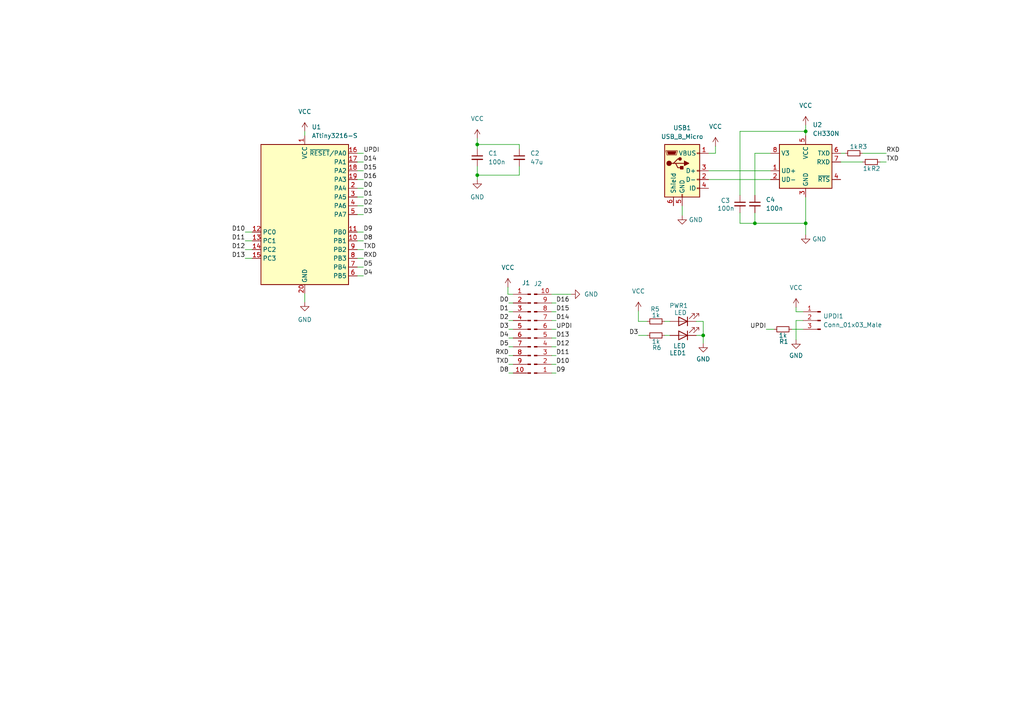
<source format=kicad_sch>
(kicad_sch (version 20211123) (generator eeschema)
  (paper "A4")
  (lib_symbols
    (symbol "Connector:Conn_01x03_Male" (pin_names (offset 1.016) hide)
      (property "Reference" "J" (at 0 5.08 0))
      (property "Value" "Conn_01x03_Male" (at 0 -5.08 0))
      (symbol "Conn_01x03_Male_1_1"
        (polyline (pts (xy 1.27 -2.54) (xy 0.8636 -2.54)) (stroke (width 0.1524)))
        (polyline (pts (xy 1.27 0) (xy 0.8636 0)) (stroke (width 0.1524)))
        (polyline (pts (xy 1.27 2.54) (xy 0.8636 2.54)) (stroke (width 0.1524)))
        (rectangle (start 0.8636 -2.413) (end 0 -2.667) (stroke (width 0.1524)) (fill (type outline)))
        (rectangle (start 0.8636 0.127) (end 0 -0.127) (stroke (width 0.1524)) (fill (type outline)))
        (rectangle (start 0.8636 2.667) (end 0 2.413) (stroke (width 0.1524)) (fill (type outline)))
        (pin passive line (at 5.08 2.54 180) (length 3.81) (name "Pin_1") (number "1"))
        (pin passive line (at 5.08 0 180) (length 3.81) (name "Pin_2") (number "2"))
        (pin passive line (at 5.08 -2.54 180) (length 3.81) (name "Pin_3") (number "3"))
      )
    )
    (symbol "Connector:Conn_01x10_Male" (pin_names (offset 1.016) hide)
      (property "Reference" "J" (at 0 12.7 0))
      (property "Value" "Conn_01x10_Male" (at 0 -15.24 0))
      (symbol "Conn_01x10_Male_1_1"
        (polyline (pts (xy 1.27 -12.7) (xy 0.8636 -12.7)) (stroke (width 0.1524)))
        (polyline (pts (xy 1.27 -10.16) (xy 0.8636 -10.16)) (stroke (width 0.1524)))
        (polyline (pts (xy 1.27 -7.62) (xy 0.8636 -7.62)) (stroke (width 0.1524)))
        (polyline (pts (xy 1.27 -5.08) (xy 0.8636 -5.08)) (stroke (width 0.1524)))
        (polyline (pts (xy 1.27 -2.54) (xy 0.8636 -2.54)) (stroke (width 0.1524)))
        (polyline (pts (xy 1.27 0) (xy 0.8636 0)) (stroke (width 0.1524)))
        (polyline (pts (xy 1.27 2.54) (xy 0.8636 2.54)) (stroke (width 0.1524)))
        (polyline (pts (xy 1.27 5.08) (xy 0.8636 5.08)) (stroke (width 0.1524)))
        (polyline (pts (xy 1.27 7.62) (xy 0.8636 7.62)) (stroke (width 0.1524)))
        (polyline (pts (xy 1.27 10.16) (xy 0.8636 10.16)) (stroke (width 0.1524)))
        (rectangle (start 0.8636 -12.573) (end 0 -12.827) (stroke (width 0.1524)) (fill (type outline)))
        (rectangle (start 0.8636 -10.033) (end 0 -10.287) (stroke (width 0.1524)) (fill (type outline)))
        (rectangle (start 0.8636 -7.493) (end 0 -7.747) (stroke (width 0.1524)) (fill (type outline)))
        (rectangle (start 0.8636 -4.953) (end 0 -5.207) (stroke (width 0.1524)) (fill (type outline)))
        (rectangle (start 0.8636 -2.413) (end 0 -2.667) (stroke (width 0.1524)) (fill (type outline)))
        (rectangle (start 0.8636 0.127) (end 0 -0.127) (stroke (width 0.1524)) (fill (type outline)))
        (rectangle (start 0.8636 2.667) (end 0 2.413) (stroke (width 0.1524)) (fill (type outline)))
        (rectangle (start 0.8636 5.207) (end 0 4.953) (stroke (width 0.1524)) (fill (type outline)))
        (rectangle (start 0.8636 7.747) (end 0 7.493) (stroke (width 0.1524)) (fill (type outline)))
        (rectangle (start 0.8636 10.287) (end 0 10.033) (stroke (width 0.1524)) (fill (type outline)))
        (pin passive line (at 5.08 10.16 180) (length 3.81) (name "Pin_1") (number "1"))
        (pin passive line (at 5.08 -12.7 180) (length 3.81) (name "Pin_10") (number "10"))
        (pin passive line (at 5.08 7.62 180) (length 3.81) (name "Pin_2") (number "2"))
        (pin passive line (at 5.08 5.08 180) (length 3.81) (name "Pin_3") (number "3"))
        (pin passive line (at 5.08 2.54 180) (length 3.81) (name "Pin_4") (number "4"))
        (pin passive line (at 5.08 0 180) (length 3.81) (name "Pin_5") (number "5"))
        (pin passive line (at 5.08 -2.54 180) (length 3.81) (name "Pin_6") (number "6"))
        (pin passive line (at 5.08 -5.08 180) (length 3.81) (name "Pin_7") (number "7"))
        (pin passive line (at 5.08 -7.62 180) (length 3.81) (name "Pin_8") (number "8"))
        (pin passive line (at 5.08 -10.16 180) (length 3.81) (name "Pin_9") (number "9"))
      )
    )
    (symbol "Connector:USB_B_Micro" (pin_names (offset 1.016))
      (property "Reference" "J" (at -5.08 11.43 0))
      (property "Value" "USB_B_Micro" (at -5.08 8.89 0))
      (symbol "USB_B_Micro_0_1"
        (rectangle (start -5.08 -7.62) (end 5.08 7.62) (stroke (width 0.254)) (fill (type background)))
        (circle (center -3.81 2.159) (radius 0.635) (stroke (width 0.254)) (fill (type outline)))
        (circle (center -0.635 3.429) (radius 0.381) (stroke (width 0.254)) (fill (type outline)))
        (rectangle (start -0.127 -7.62) (end 0.127 -6.858))
        (polyline (pts (xy -1.905 2.159) (xy 0.635 2.159)) (stroke (width 0.254)))
        (polyline (pts (xy -3.175 2.159) (xy -2.54 2.159) (xy -1.27 3.429) (xy -0.635 3.429)) (stroke (width 0.254)))
        (polyline (pts (xy -2.54 2.159) (xy -1.905 2.159) (xy -1.27 0.889) (xy 0 0.889)) (stroke (width 0.254)))
        (polyline (pts (xy 0.635 2.794) (xy 0.635 1.524) (xy 1.905 2.159) (xy 0.635 2.794)) (stroke (width 0.254)) (fill (type outline)))
        (polyline (pts (xy -4.318 5.588) (xy -1.778 5.588) (xy -2.032 4.826) (xy -4.064 4.826) (xy -4.318 5.588)) (fill (type outline)))
        (polyline (pts (xy -4.699 5.842) (xy -4.699 5.588) (xy -4.445 4.826) (xy -4.445 4.572) (xy -1.651 4.572) (xy -1.651 4.826) (xy -1.397 5.588) (xy -1.397 5.842) (xy -4.699 5.842)))
        (rectangle (start 0.254 1.27) (end -0.508 0.508) (stroke (width 0.254)) (fill (type outline)))
        (rectangle (start 5.08 -5.207) (end 4.318 -4.953))
        (rectangle (start 5.08 -2.667) (end 4.318 -2.413))
        (rectangle (start 5.08 -0.127) (end 4.318 0.127))
        (rectangle (start 5.08 4.953) (end 4.318 5.207))
      )
      (symbol "USB_B_Micro_1_1"
        (pin power_out line (at 7.62 5.08 180) (length 2.54) (name "VBUS") (number "1"))
        (pin bidirectional line (at 7.62 -2.54 180) (length 2.54) (name "D-") (number "2"))
        (pin bidirectional line (at 7.62 0 180) (length 2.54) (name "D+") (number "3"))
        (pin passive line (at 7.62 -5.08 180) (length 2.54) (name "ID") (number "4"))
        (pin power_out line (at 0 -10.16 90) (length 2.54) (name "GND") (number "5"))
        (pin passive line (at -2.54 -10.16 90) (length 2.54) (name "Shield") (number "6"))
      )
    )
    (symbol "Device:C_Small" (pin_numbers hide) (pin_names (offset 0.254) hide)
      (property "Reference" "C" (at 0.254 1.778 0))
      (property "Value" "C_Small" (at 0.254 -2.032 0))
      (symbol "C_Small_0_1"
        (polyline (pts (xy -1.524 -0.508) (xy 1.524 -0.508)) (stroke (width 0.3302)))
        (polyline (pts (xy -1.524 0.508) (xy 1.524 0.508)) (stroke (width 0.3048)))
      )
      (symbol "C_Small_1_1"
        (pin passive line (at 0 2.54 270) (length 2.032) (name "~") (number "1"))
        (pin passive line (at 0 -2.54 90) (length 2.032) (name "~") (number "2"))
      )
    )
    (symbol "Device:LED" (pin_numbers hide) (pin_names (offset 1.016) hide)
      (property "Reference" "D" (at 0 2.54 0))
      (property "Value" "LED" (at 0 -2.54 0))
      (symbol "LED_0_1"
        (polyline (pts (xy -1.27 -1.27) (xy -1.27 1.27)) (stroke (width 0.254)))
        (polyline (pts (xy -1.27 0) (xy 1.27 0)))
        (polyline (pts (xy 1.27 -1.27) (xy 1.27 1.27) (xy -1.27 0) (xy 1.27 -1.27)) (stroke (width 0.254)))
        (polyline (pts (xy -3.048 -0.762) (xy -4.572 -2.286) (xy -3.81 -2.286) (xy -4.572 -2.286) (xy -4.572 -1.524)))
        (polyline (pts (xy -1.778 -0.762) (xy -3.302 -2.286) (xy -2.54 -2.286) (xy -3.302 -2.286) (xy -3.302 -1.524)))
      )
      (symbol "LED_1_1"
        (pin passive line (at -3.81 0 0) (length 2.54) (name "K") (number "1"))
        (pin passive line (at 3.81 0 180) (length 2.54) (name "A") (number "2"))
      )
    )
    (symbol "Device:R_Small" (pin_numbers hide) (pin_names (offset 0.254) hide)
      (property "Reference" "R" (at 0.762 0.508 0))
      (property "Value" "R_Small" (at 0.762 -1.016 0))
      (symbol "R_Small_0_1"
        (rectangle (start -0.762 1.778) (end 0.762 -1.778) (stroke (width 0.2032)))
      )
      (symbol "R_Small_1_1"
        (pin passive line (at 0 2.54 270) (length 0.762) (name "~") (number "1"))
        (pin passive line (at 0 -2.54 90) (length 0.762) (name "~") (number "2"))
      )
    )
    (symbol "Interface_USB:CH330N"
      (property "Reference" "U" (at -7.62 6.35 0))
      (property "Value" "CH330N" (at 7.62 6.35 0))
      (symbol "CH330N_0_1"
        (rectangle (start -7.62 5.08) (end 7.62 -7.62) (stroke (width 0.254)) (fill (type background)))
      )
      (symbol "CH330N_1_1"
        (pin bidirectional line (at -10.16 -2.54 0) (length 2.54) (name "UD+") (number "1"))
        (pin bidirectional line (at -10.16 -5.08 0) (length 2.54) (name "UD-") (number "2"))
        (pin power_in line (at 0 -10.16 90) (length 2.54) (name "GND") (number "3"))
        (pin output line (at 10.16 -5.08 180) (length 2.54) (name "~{RTS}") (number "4"))
        (pin power_in line (at 0 7.62 270) (length 2.54) (name "VCC") (number "5"))
        (pin output line (at 10.16 2.54 180) (length 2.54) (name "TXD") (number "6"))
        (pin input line (at 10.16 0 180) (length 2.54) (name "RXD") (number "7"))
        (pin passive line (at -10.16 2.54 0) (length 2.54) (name "V3") (number "8"))
      )
    )
    (symbol "MCU_Microchip_ATtiny:ATtiny3216-S"
      (property "Reference" "U" (at -12.7 21.59 0))
      (property "Value" "ATtiny3216-S" (at 2.54 -21.59 0))
      (symbol "ATtiny3216-S_0_1"
        (rectangle (start -12.7 -20.32) (end 12.7 20.32) (stroke (width 0.254)) (fill (type background)))
      )
      (symbol "ATtiny3216-S_1_1"
        (pin power_in line (at 0 22.86 270) (length 2.54) (name "VCC") (number "1"))
        (pin bidirectional line (at 15.24 -7.62 180) (length 2.54) (name "PB1") (number "10"))
        (pin bidirectional line (at 15.24 -5.08 180) (length 2.54) (name "PB0") (number "11"))
        (pin bidirectional line (at -15.24 -5.08 0) (length 2.54) (name "PC0") (number "12"))
        (pin bidirectional line (at -15.24 -7.62 0) (length 2.54) (name "PC1") (number "13"))
        (pin bidirectional line (at -15.24 -10.16 0) (length 2.54) (name "PC2") (number "14"))
        (pin bidirectional line (at -15.24 -12.7 0) (length 2.54) (name "PC3") (number "15"))
        (pin bidirectional line (at 15.24 17.78 180) (length 2.54) (name "~{RESET}/PA0") (number "16"))
        (pin bidirectional line (at 15.24 15.24 180) (length 2.54) (name "PA1") (number "17"))
        (pin bidirectional line (at 15.24 12.7 180) (length 2.54) (name "PA2") (number "18"))
        (pin bidirectional line (at 15.24 10.16 180) (length 2.54) (name "PA3") (number "19"))
        (pin bidirectional line (at 15.24 7.62 180) (length 2.54) (name "PA4") (number "2"))
        (pin power_in line (at 0 -22.86 90) (length 2.54) (name "GND") (number "20"))
        (pin bidirectional line (at 15.24 5.08 180) (length 2.54) (name "PA5") (number "3"))
        (pin bidirectional line (at 15.24 2.54 180) (length 2.54) (name "PA6") (number "4"))
        (pin bidirectional line (at 15.24 0 180) (length 2.54) (name "PA7") (number "5"))
        (pin bidirectional line (at 15.24 -17.78 180) (length 2.54) (name "PB5") (number "6"))
        (pin bidirectional line (at 15.24 -15.24 180) (length 2.54) (name "PB4") (number "7"))
        (pin bidirectional line (at 15.24 -12.7 180) (length 2.54) (name "PB3") (number "8"))
        (pin bidirectional line (at 15.24 -10.16 180) (length 2.54) (name "PB2") (number "9"))
      )
    )
    (symbol "power:GND" (power) (pin_names (offset 0))
      (property "Value" "GND" (at 0 -3.81 0))
      (symbol "GND_0_1"
        (polyline (pts (xy 0 0) (xy 0 -1.27) (xy 1.27 -1.27) (xy 0 -2.54) (xy -1.27 -1.27) (xy 0 -1.27)))
      )
      (symbol "GND_1_1"
        (pin power_in line (at 0 0 270) (length 0) hide (name "GND") (number "1"))
      )
    )
    (symbol "power:VCC" (power) (pin_names (offset 0))
      (property "Value" "VCC" (at 0 3.81 0))
      (symbol "VCC_0_1"
        (polyline (pts (xy -0.762 1.27) (xy 0 2.54)))
        (polyline (pts (xy 0 0) (xy 0 2.54)))
        (polyline (pts (xy 0 2.54) (xy 0.762 1.27)))
      )
      (symbol "VCC_1_1"
        (pin power_in line (at 0 0 90) (length 0) hide (name "VCC") (number "1"))
      )
    )
  )
  (junction (at 138.43 50.8))
  (junction (at 203.962 97.282))
  (junction (at 233.68 64.77))
  (junction (at 233.68 38.1))
  (junction (at 218.948 64.77))
  (junction (at 138.43 41.91))
  (wire (pts (xy 103.632 77.47) (xy 105.41 77.47)))
  (wire (pts (xy 229.616 95.504) (xy 232.918 95.504)))
  (wire (pts (xy 147.574 100.584) (xy 148.844 100.584)))
  (wire (pts (xy 233.68 38.1) (xy 214.63 38.1)))
  (wire (pts (xy 88.392 85.09) (xy 88.392 87.63)))
  (wire (pts (xy 233.68 64.77) (xy 233.68 68.072)))
  (wire (pts (xy 147.574 103.124) (xy 148.844 103.124)))
  (wire (pts (xy 147.574 90.424) (xy 148.844 90.424)))
  (wire (pts (xy 192.786 97.282) (xy 194.31 97.282)))
  (wire (pts (xy 161.29 90.424) (xy 160.02 90.424)))
  (wire (pts (xy 138.43 40.132) (xy 138.43 41.91)))
  (wire (pts (xy 103.632 49.53) (xy 105.41 49.53)))
  (wire (pts (xy 103.632 69.85) (xy 105.41 69.85)))
  (wire (pts (xy 230.886 90.424) (xy 232.918 90.424)))
  (wire (pts (xy 161.29 95.504) (xy 160.02 95.504)))
  (wire (pts (xy 214.63 38.1) (xy 214.63 56.642)))
  (wire (pts (xy 250.19 44.45) (xy 257.048 44.45)))
  (wire (pts (xy 214.63 64.77) (xy 218.948 64.77)))
  (wire (pts (xy 243.84 46.99) (xy 250.19 46.99)))
  (wire (pts (xy 185.166 90.17) (xy 185.166 93.218)))
  (wire (pts (xy 73.152 72.39) (xy 71.12 72.39)))
  (wire (pts (xy 147.32 83.312) (xy 147.32 85.344)))
  (wire (pts (xy 88.392 38.1) (xy 88.392 39.37)))
  (wire (pts (xy 150.622 48.26) (xy 150.622 50.8)))
  (wire (pts (xy 103.632 62.23) (xy 105.41 62.23)))
  (wire (pts (xy 233.68 38.1) (xy 233.68 39.37)))
  (wire (pts (xy 203.962 97.282) (xy 203.962 99.568)))
  (wire (pts (xy 73.152 74.93) (xy 71.12 74.93)))
  (wire (pts (xy 203.962 93.218) (xy 203.962 97.282)))
  (wire (pts (xy 185.166 97.282) (xy 187.706 97.282)))
  (wire (pts (xy 103.632 57.15) (xy 105.41 57.15)))
  (wire (pts (xy 214.63 61.722) (xy 214.63 64.77)))
  (wire (pts (xy 230.886 92.964) (xy 232.918 92.964)))
  (wire (pts (xy 161.29 108.204) (xy 160.02 108.204)))
  (wire (pts (xy 147.574 108.204) (xy 148.844 108.204)))
  (wire (pts (xy 103.632 80.01) (xy 105.41 80.01)))
  (wire (pts (xy 150.622 50.8) (xy 138.43 50.8)))
  (wire (pts (xy 73.152 69.85) (xy 71.12 69.85)))
  (wire (pts (xy 161.29 92.964) (xy 160.02 92.964)))
  (wire (pts (xy 161.29 105.664) (xy 160.02 105.664)))
  (wire (pts (xy 197.866 59.69) (xy 197.866 62.484)))
  (wire (pts (xy 201.93 93.218) (xy 203.962 93.218)))
  (wire (pts (xy 73.152 67.31) (xy 71.12 67.31)))
  (wire (pts (xy 103.632 52.07) (xy 105.41 52.07)))
  (wire (pts (xy 218.948 61.722) (xy 218.948 64.77)))
  (wire (pts (xy 147.574 105.664) (xy 148.844 105.664)))
  (wire (pts (xy 138.43 41.91) (xy 138.43 43.18)))
  (wire (pts (xy 161.29 100.584) (xy 160.02 100.584)))
  (wire (pts (xy 138.43 48.26) (xy 138.43 50.8)))
  (wire (pts (xy 205.486 49.53) (xy 223.52 49.53)))
  (wire (pts (xy 103.632 74.93) (xy 105.41 74.93)))
  (wire (pts (xy 161.29 103.124) (xy 160.02 103.124)))
  (wire (pts (xy 103.632 72.39) (xy 105.41 72.39)))
  (wire (pts (xy 147.574 95.504) (xy 148.844 95.504)))
  (wire (pts (xy 218.948 44.45) (xy 218.948 56.642)))
  (wire (pts (xy 243.84 44.45) (xy 245.11 44.45)))
  (wire (pts (xy 161.29 87.884) (xy 160.02 87.884)))
  (wire (pts (xy 201.93 97.282) (xy 203.962 97.282)))
  (wire (pts (xy 192.786 93.218) (xy 194.31 93.218)))
  (wire (pts (xy 147.574 87.884) (xy 148.844 87.884)))
  (wire (pts (xy 233.68 57.15) (xy 233.68 64.77)))
  (wire (pts (xy 233.68 36.322) (xy 233.68 38.1)))
  (wire (pts (xy 222.25 95.504) (xy 224.536 95.504)))
  (wire (pts (xy 138.43 41.91) (xy 150.622 41.91)))
  (wire (pts (xy 230.886 89.154) (xy 230.886 90.424)))
  (wire (pts (xy 103.632 44.45) (xy 105.41 44.45)))
  (wire (pts (xy 218.948 64.77) (xy 233.68 64.77)))
  (wire (pts (xy 103.632 46.99) (xy 105.41 46.99)))
  (wire (pts (xy 205.486 52.07) (xy 223.52 52.07)))
  (wire (pts (xy 150.622 41.91) (xy 150.622 43.18)))
  (wire (pts (xy 103.632 54.61) (xy 105.41 54.61)))
  (wire (pts (xy 147.574 92.964) (xy 148.844 92.964)))
  (wire (pts (xy 161.29 98.044) (xy 160.02 98.044)))
  (wire (pts (xy 223.52 44.45) (xy 218.948 44.45)))
  (wire (pts (xy 103.632 67.31) (xy 105.41 67.31)))
  (wire (pts (xy 230.886 98.552) (xy 230.886 92.964)))
  (wire (pts (xy 255.27 46.99) (xy 257.048 46.99)))
  (wire (pts (xy 185.166 93.218) (xy 187.706 93.218)))
  (wire (pts (xy 147.574 98.044) (xy 148.844 98.044)))
  (wire (pts (xy 103.632 59.69) (xy 105.41 59.69)))
  (wire (pts (xy 207.518 42.418) (xy 207.518 44.45)))
  (wire (pts (xy 207.518 44.45) (xy 205.486 44.45)))
  (wire (pts (xy 138.43 50.8) (xy 138.43 52.07)))
  (wire (pts (xy 160.02 85.344) (xy 165.608 85.344)))
  (wire (pts (xy 147.32 85.344) (xy 148.844 85.344)))
  (label "D12" (at 161.29 100.584 0))
  (label "D8" (at 147.574 108.204 180))
  (label "D16" (at 105.41 52.07 0))
  (label "D10" (at 71.12 67.31 180))
  (label "UPDI" (at 105.41 44.45 0))
  (label "D0" (at 147.574 87.884 180))
  (label "D1" (at 147.574 90.424 180))
  (label "D3" (at 105.41 62.23 0))
  (label "D10" (at 161.29 105.664 0))
  (label "D1" (at 105.41 57.15 0))
  (label "RXD" (at 147.574 103.124 180))
  (label "D0" (at 105.41 54.61 0))
  (label "D2" (at 147.574 92.964 180))
  (label "D4" (at 105.41 80.01 0))
  (label "TXD" (at 147.574 105.664 180))
  (label "UPDI" (at 161.29 95.504 0))
  (label "D3" (at 185.166 97.282 180))
  (label "D2" (at 105.41 59.69 0))
  (label "D13" (at 71.12 74.93 180))
  (label "TXD" (at 105.41 72.39 0))
  (label "D16" (at 161.29 87.884 0))
  (label "D5" (at 147.574 100.584 180))
  (label "D15" (at 161.29 90.424 0))
  (label "D4" (at 147.574 98.044 180))
  (label "D11" (at 71.12 69.85 180))
  (label "D15" (at 105.41 49.53 0))
  (label "D5" (at 105.41 77.47 0))
  (label "D12" (at 71.12 72.39 180))
  (label "D14" (at 105.41 46.99 0))
  (label "D9" (at 161.29 108.204 0))
  (label "D8" (at 105.41 69.85 0))
  (label "RXD" (at 257.048 44.45 0))
  (label "D3" (at 147.574 95.504 180))
  (label "D13" (at 161.29 98.044 0))
  (label "RXD" (at 105.41 74.93 0))
  (label "D14" (at 161.29 92.964 0))
  (label "D9" (at 105.41 67.31 0))
  (label "TXD" (at 257.048 46.99 0))
  (label "UPDI" (at 222.25 95.504 180))
  (label "D11" (at 161.29 103.124 0))
  (symbol (lib_id "power:GND") (at 197.866 62.484 0) (unit 1)
    (property "Reference" "#PWR0108" (effects hide))
    (property "Value" "GND" (at 199.771 63.7539 0) (effects (justify left)))
  )
  (symbol (lib_id "Device:R_Small") (at 190.246 97.282 270) (unit 1)
    (property "Reference" "R6" (at 190.5 100.838 90))
    (property "Value" "1k" (at 190.246 99.06 90))
    (property "Footprint" "Resistor_SMD:R_0603_1608Metric_Pad0.98x0.95mm_HandSolder" (effects hide))
  )
  (symbol (lib_id "power:GND") (at 165.608 85.344 90) (unit 1)
    (property "Reference" "#PWR0112" (effects hide))
    (property "Value" "GND" (at 169.418 85.3439 90) (effects (justify right)))
  )
  (symbol (lib_id "power:GND") (at 230.886 98.552 0) (unit 1)
    (property "Reference" "#PWR0104" (effects hide))
    (property "Value" "GND" (at 230.886 103.124 0))
  )
  (symbol (lib_id "Device:LED") (at 198.12 93.218 180) (unit 1)
    (property "Reference" "PWR1" (at 196.85 88.646 0))
    (property "Value" "LED" (at 197.358 90.678 0))
    (property "Footprint" "LED_SMD:LED_0603_1608Metric_Pad1.05x0.95mm_HandSolder" (effects hide))
  )
  (symbol (lib_id "power:GND") (at 203.962 99.568 0) (unit 1)
    (property "Reference" "#PWR0111" (effects hide))
    (property "Value" "GND" (at 203.962 104.14 0))
  )
  (symbol (lib_id "Connector:Conn_01x10_Male") (at 154.94 98.044 0) (mirror x) (unit 1)
    (property "Reference" "J2" (at 157.226 82.296 0) (effects (justify right)))
    (property "Value" "Conn_01x10_Male" (effects hide))
    (property "Footprint" "Connector_PinHeader_2.54mm:PinHeader_1x10_P2.54mm_Vertical" (effects hide))
  )
  (symbol (lib_id "Device:C_Small") (at 214.63 59.182 0) (unit 1)
    (property "Reference" "C3" (at 209.042 58.166 0) (effects (justify left)))
    (property "Value" "100n" (at 208.026 60.452 0) (effects (justify left)))
    (property "Footprint" "Capacitor_SMD:C_0603_1608Metric_Pad1.08x0.95mm_HandSolder" (effects hide))
  )
  (symbol (lib_id "power:VCC") (at 230.886 89.154 0) (unit 1)
    (property "Reference" "#PWR0105" (effects hide))
    (property "Value" "VCC" (at 230.886 83.439 0))
  )
  (symbol (lib_id "Device:R_Small") (at 247.65 44.45 90) (unit 1)
    (property "Reference" "R3" (at 250.19 42.545 90))
    (property "Value" "1k" (at 247.65 42.545 90))
    (property "Footprint" "Resistor_SMD:R_0603_1608Metric_Pad0.98x0.95mm_HandSolder" (effects hide))
  )
  (symbol (lib_id "Device:LED") (at 198.12 97.282 180) (unit 1)
    (property "Reference" "LED1" (at 196.596 102.362 0))
    (property "Value" "LED" (at 197.104 100.33 0))
    (property "Footprint" "LED_SMD:LED_0603_1608Metric_Pad1.05x0.95mm_HandSolder" (effects hide))
  )
  (symbol (lib_id "Connector:USB_B_Micro") (at 197.866 49.53 0) (unit 1)
    (property "Reference" "USB1" (at 197.866 37.084 0))
    (property "Value" "USB_B_Micro" (at 197.866 39.624 0))
    (property "Footprint" "Connector_USB:USB_Micro-B_Amphenol_10104110_Horizontal" (effects hide))
  )
  (symbol (lib_id "power:GND") (at 233.68 68.072 0) (unit 1)
    (property "Reference" "#PWR0103" (effects hide))
    (property "Value" "GND" (at 235.585 69.3419 0) (effects (justify left)))
  )
  (symbol (lib_id "Interface_USB:CH330N") (at 233.68 46.99 0) (unit 1)
    (property "Reference" "U2" (at 235.6994 36.195 0) (effects (justify left)))
    (property "Value" "CH330N" (at 235.6994 38.735 0) (effects (justify left)))
    (property "Footprint" "Package_SO:SOIC-8_3.9x4.9mm_P1.27mm" (effects hide))
    (property "Datasheet" "http://www.wch.cn/downloads/file/240.html" (effects hide))
  )
  (symbol (lib_id "Device:R_Small") (at 190.246 93.218 90) (unit 1)
    (property "Reference" "R5" (at 189.992 89.662 90))
    (property "Value" "1k" (at 190.246 91.44 90))
    (property "Footprint" "Resistor_SMD:R_0603_1608Metric_Pad0.98x0.95mm_HandSolder" (effects hide))
  )
  (symbol (lib_id "Device:R_Small") (at 227.076 95.504 270) (unit 1)
    (property "Reference" "R1" (at 227.33 99.06 90))
    (property "Value" "1k" (at 227.076 97.282 90))
    (property "Footprint" "Resistor_SMD:R_0603_1608Metric_Pad0.98x0.95mm_HandSolder" (effects hide))
  )
  (symbol (lib_id "power:GND") (at 88.392 87.63 0) (unit 1)
    (property "Reference" "#PWR0101" (effects hide))
    (property "Value" "GND" (at 88.392 92.71 0))
  )
  (symbol (lib_id "power:VCC") (at 233.68 36.322 0) (unit 1)
    (property "Reference" "#PWR0106" (effects hide))
    (property "Value" "VCC" (at 233.68 30.607 0))
  )
  (symbol (lib_id "power:VCC") (at 147.32 83.312 0) (unit 1)
    (property "Reference" "#PWR0114" (effects hide))
    (property "Value" "VCC" (at 147.32 77.597 0))
  )
  (symbol (lib_id "Connector:Conn_01x10_Male") (at 153.924 95.504 0) (mirror y) (unit 1)
    (property "Reference" "J1" (at 151.384 82.042 0) (effects (justify right)))
    (property "Value" "Conn_01x10_Male" (effects hide))
    (property "Footprint" "Connector_PinHeader_2.54mm:PinHeader_1x10_P2.54mm_Vertical" (effects hide))
  )
  (symbol (lib_id "Connector:Conn_01x03_Male") (at 237.998 92.964 0) (mirror y) (unit 1)
    (property "Reference" "UPDI1" (at 238.76 91.6939 0) (effects (justify right)))
    (property "Value" "Conn_01x03_Male" (at 238.76 94.2339 0) (effects (justify right)))
    (property "Footprint" "Connector_PinHeader_2.54mm:PinHeader_1x03_P2.54mm_Vertical" (effects hide))
  )
  (symbol (lib_id "power:VCC") (at 207.518 42.418 0) (unit 1)
    (property "Reference" "#PWR0109" (effects hide))
    (property "Value" "VCC" (at 207.518 36.703 0))
  )
  (symbol (lib_id "power:GND") (at 138.43 52.07 0) (unit 1)
    (property "Reference" "#PWR0113" (effects hide))
    (property "Value" "GND" (at 138.43 57.15 0))
  )
  (symbol (lib_id "Device:C_Small") (at 218.948 59.182 0) (unit 1)
    (property "Reference" "C4" (at 222.123 57.9182 0) (effects (justify left)))
    (property "Value" "100n" (at 222.123 60.4582 0) (effects (justify left)))
    (property "Footprint" "Capacitor_SMD:C_0603_1608Metric_Pad1.08x0.95mm_HandSolder" (effects hide))
  )
  (symbol (lib_id "power:VCC") (at 138.43 40.132 0) (unit 1)
    (property "Reference" "#PWR0107" (effects hide))
    (property "Value" "VCC" (at 138.43 34.417 0))
  )
  (symbol (lib_id "Device:C_Small") (at 150.622 45.72 0) (unit 1)
    (property "Reference" "C2" (at 153.797 44.4562 0) (effects (justify left)))
    (property "Value" "47u" (at 153.797 46.9962 0) (effects (justify left)))
    (property "Footprint" "Capacitor_SMD:C_1206_3216Metric_Pad1.33x1.80mm_HandSolder" (effects hide))
  )
  (symbol (lib_id "power:VCC") (at 88.392 38.1 0) (unit 1)
    (property "Reference" "#PWR0102" (effects hide))
    (property "Value" "VCC" (at 88.392 32.385 0))
  )
  (symbol (lib_id "Device:R_Small") (at 252.73 46.99 90) (unit 1)
    (property "Reference" "R2" (at 254 48.895 90))
    (property "Value" "1k" (at 251.46 48.895 90))
    (property "Footprint" "Resistor_SMD:R_0603_1608Metric_Pad0.98x0.95mm_HandSolder" (effects hide))
  )
  (symbol (lib_id "Device:C_Small") (at 138.43 45.72 0) (unit 1)
    (property "Reference" "C1" (at 141.605 44.4562 0) (effects (justify left)))
    (property "Value" "100n" (at 141.605 46.9962 0) (effects (justify left)))
    (property "Footprint" "Capacitor_SMD:C_0603_1608Metric_Pad1.08x0.95mm_HandSolder" (effects hide))
  )
  (symbol (lib_id "power:VCC") (at 185.166 90.17 0) (unit 1)
    (property "Reference" "#PWR0110" (effects hide))
    (property "Value" "VCC" (at 185.166 84.455 0))
  )
  (symbol (lib_id "MCU_Microchip_ATtiny:ATtiny3216-S") (at 88.392 62.23 0) (unit 1)
    (property "Reference" "U1" (at 90.4114 36.83 0) (effects (justify left)))
    (property "Value" "ATtiny3216-S" (at 90.4114 39.37 0) (effects (justify left)))
    (property "Footprint" "Package_SO:SOIC-20W_7.5x12.8mm_P1.27mm" (effects hide))
    (property "Datasheet" "http://ww1.microchip.com/downloads/en/DeviceDoc/ATtiny3216_ATtiny1616-data-sheet-40001997B.pdf" (effects hide))
  )
)
</source>
